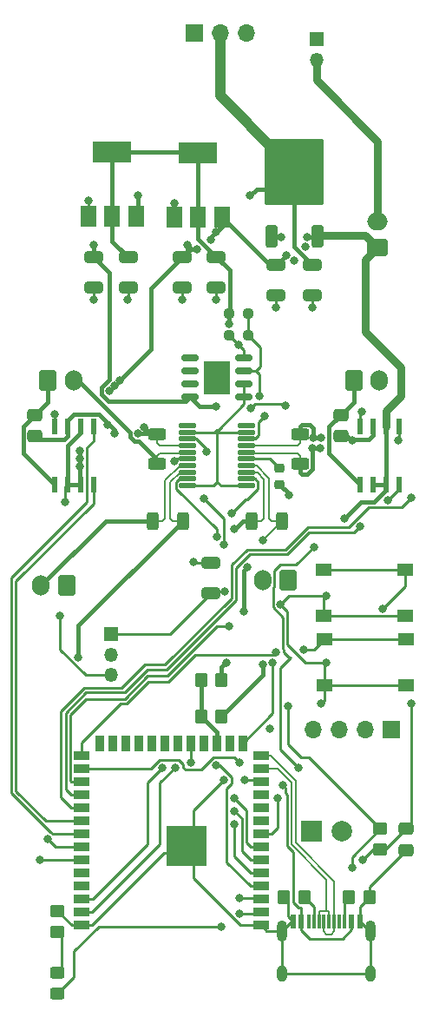
<source format=gtl>
G04 #@! TF.GenerationSoftware,KiCad,Pcbnew,7.0.7*
G04 #@! TF.CreationDate,2023-10-22T15:44:31+02:00*
G04 #@! TF.ProjectId,FC Control board 1.1,46432043-6f6e-4747-926f-6c20626f6172,rev?*
G04 #@! TF.SameCoordinates,Original*
G04 #@! TF.FileFunction,Copper,L1,Top*
G04 #@! TF.FilePolarity,Positive*
%FSLAX46Y46*%
G04 Gerber Fmt 4.6, Leading zero omitted, Abs format (unit mm)*
G04 Created by KiCad (PCBNEW 7.0.7) date 2023-10-22 15:44:31*
%MOMM*%
%LPD*%
G01*
G04 APERTURE LIST*
G04 Aperture macros list*
%AMRoundRect*
0 Rectangle with rounded corners*
0 $1 Rounding radius*
0 $2 $3 $4 $5 $6 $7 $8 $9 X,Y pos of 4 corners*
0 Add a 4 corners polygon primitive as box body*
4,1,4,$2,$3,$4,$5,$6,$7,$8,$9,$2,$3,0*
0 Add four circle primitives for the rounded corners*
1,1,$1+$1,$2,$3*
1,1,$1+$1,$4,$5*
1,1,$1+$1,$6,$7*
1,1,$1+$1,$8,$9*
0 Add four rect primitives between the rounded corners*
20,1,$1+$1,$2,$3,$4,$5,0*
20,1,$1+$1,$4,$5,$6,$7,0*
20,1,$1+$1,$6,$7,$8,$9,0*
20,1,$1+$1,$8,$9,$2,$3,0*%
G04 Aperture macros list end*
G04 #@! TA.AperFunction,ComponentPad*
%ADD10RoundRect,0.250000X0.750000X-0.600000X0.750000X0.600000X-0.750000X0.600000X-0.750000X-0.600000X0*%
G04 #@! TD*
G04 #@! TA.AperFunction,ComponentPad*
%ADD11O,2.000000X1.700000*%
G04 #@! TD*
G04 #@! TA.AperFunction,SMDPad,CuDef*
%ADD12RoundRect,0.250000X0.650000X-0.325000X0.650000X0.325000X-0.650000X0.325000X-0.650000X-0.325000X0*%
G04 #@! TD*
G04 #@! TA.AperFunction,ComponentPad*
%ADD13RoundRect,0.250000X-0.600000X-0.750000X0.600000X-0.750000X0.600000X0.750000X-0.600000X0.750000X0*%
G04 #@! TD*
G04 #@! TA.AperFunction,ComponentPad*
%ADD14O,1.700000X2.000000*%
G04 #@! TD*
G04 #@! TA.AperFunction,SMDPad,CuDef*
%ADD15RoundRect,0.250000X-0.650000X0.325000X-0.650000X-0.325000X0.650000X-0.325000X0.650000X0.325000X0*%
G04 #@! TD*
G04 #@! TA.AperFunction,SMDPad,CuDef*
%ADD16RoundRect,0.250000X0.475000X-0.337500X0.475000X0.337500X-0.475000X0.337500X-0.475000X-0.337500X0*%
G04 #@! TD*
G04 #@! TA.AperFunction,SMDPad,CuDef*
%ADD17RoundRect,0.250000X-0.475000X0.337500X-0.475000X-0.337500X0.475000X-0.337500X0.475000X0.337500X0*%
G04 #@! TD*
G04 #@! TA.AperFunction,SMDPad,CuDef*
%ADD18R,1.500000X2.000000*%
G04 #@! TD*
G04 #@! TA.AperFunction,SMDPad,CuDef*
%ADD19R,3.800000X2.000000*%
G04 #@! TD*
G04 #@! TA.AperFunction,SMDPad,CuDef*
%ADD20RoundRect,0.250000X0.350000X-0.850000X0.350000X0.850000X-0.350000X0.850000X-0.350000X-0.850000X0*%
G04 #@! TD*
G04 #@! TA.AperFunction,SMDPad,CuDef*
%ADD21RoundRect,0.250000X1.125000X-1.275000X1.125000X1.275000X-1.125000X1.275000X-1.125000X-1.275000X0*%
G04 #@! TD*
G04 #@! TA.AperFunction,SMDPad,CuDef*
%ADD22RoundRect,0.249997X2.650003X-2.950003X2.650003X2.950003X-2.650003X2.950003X-2.650003X-2.950003X0*%
G04 #@! TD*
G04 #@! TA.AperFunction,SMDPad,CuDef*
%ADD23RoundRect,0.250000X0.350000X0.450000X-0.350000X0.450000X-0.350000X-0.450000X0.350000X-0.450000X0*%
G04 #@! TD*
G04 #@! TA.AperFunction,SMDPad,CuDef*
%ADD24RoundRect,0.250000X-0.450000X0.325000X-0.450000X-0.325000X0.450000X-0.325000X0.450000X0.325000X0*%
G04 #@! TD*
G04 #@! TA.AperFunction,ComponentPad*
%ADD25R,1.700000X1.700000*%
G04 #@! TD*
G04 #@! TA.AperFunction,ComponentPad*
%ADD26O,1.700000X1.700000*%
G04 #@! TD*
G04 #@! TA.AperFunction,SMDPad,CuDef*
%ADD27RoundRect,0.150000X0.662500X0.150000X-0.662500X0.150000X-0.662500X-0.150000X0.662500X-0.150000X0*%
G04 #@! TD*
G04 #@! TA.AperFunction,SMDPad,CuDef*
%ADD28R,2.514000X3.200000*%
G04 #@! TD*
G04 #@! TA.AperFunction,SMDPad,CuDef*
%ADD29RoundRect,0.250000X-0.350000X-0.450000X0.350000X-0.450000X0.350000X0.450000X-0.350000X0.450000X0*%
G04 #@! TD*
G04 #@! TA.AperFunction,ComponentPad*
%ADD30R,1.350000X1.350000*%
G04 #@! TD*
G04 #@! TA.AperFunction,ComponentPad*
%ADD31O,1.350000X1.350000*%
G04 #@! TD*
G04 #@! TA.AperFunction,SMDPad,CuDef*
%ADD32RoundRect,0.020500X0.764500X0.184500X-0.764500X0.184500X-0.764500X-0.184500X0.764500X-0.184500X0*%
G04 #@! TD*
G04 #@! TA.AperFunction,SMDPad,CuDef*
%ADD33RoundRect,0.250000X0.450000X-0.350000X0.450000X0.350000X-0.450000X0.350000X-0.450000X-0.350000X0*%
G04 #@! TD*
G04 #@! TA.AperFunction,SMDPad,CuDef*
%ADD34RoundRect,0.250000X-0.450000X0.350000X-0.450000X-0.350000X0.450000X-0.350000X0.450000X0.350000X0*%
G04 #@! TD*
G04 #@! TA.AperFunction,SMDPad,CuDef*
%ADD35R,0.600000X1.650000*%
G04 #@! TD*
G04 #@! TA.AperFunction,SMDPad,CuDef*
%ADD36R,1.550000X1.300000*%
G04 #@! TD*
G04 #@! TA.AperFunction,ComponentPad*
%ADD37R,2.000000X2.000000*%
G04 #@! TD*
G04 #@! TA.AperFunction,ComponentPad*
%ADD38C,2.000000*%
G04 #@! TD*
G04 #@! TA.AperFunction,SMDPad,CuDef*
%ADD39RoundRect,0.250000X0.625000X-0.312500X0.625000X0.312500X-0.625000X0.312500X-0.625000X-0.312500X0*%
G04 #@! TD*
G04 #@! TA.AperFunction,SMDPad,CuDef*
%ADD40R,1.500000X0.900000*%
G04 #@! TD*
G04 #@! TA.AperFunction,SMDPad,CuDef*
%ADD41R,0.900000X1.500000*%
G04 #@! TD*
G04 #@! TA.AperFunction,HeatsinkPad*
%ADD42C,0.600000*%
G04 #@! TD*
G04 #@! TA.AperFunction,SMDPad,CuDef*
%ADD43R,3.900000X3.900000*%
G04 #@! TD*
G04 #@! TA.AperFunction,SMDPad,CuDef*
%ADD44R,0.600000X1.450000*%
G04 #@! TD*
G04 #@! TA.AperFunction,SMDPad,CuDef*
%ADD45R,0.300000X1.450000*%
G04 #@! TD*
G04 #@! TA.AperFunction,ComponentPad*
%ADD46O,1.000000X2.100000*%
G04 #@! TD*
G04 #@! TA.AperFunction,ComponentPad*
%ADD47O,1.000000X1.600000*%
G04 #@! TD*
G04 #@! TA.AperFunction,SMDPad,CuDef*
%ADD48RoundRect,0.237500X0.250000X0.237500X-0.250000X0.237500X-0.250000X-0.237500X0.250000X-0.237500X0*%
G04 #@! TD*
G04 #@! TA.AperFunction,SMDPad,CuDef*
%ADD49RoundRect,0.225000X0.250000X-0.225000X0.250000X0.225000X-0.250000X0.225000X-0.250000X-0.225000X0*%
G04 #@! TD*
G04 #@! TA.AperFunction,SMDPad,CuDef*
%ADD50RoundRect,0.250000X0.312500X0.625000X-0.312500X0.625000X-0.312500X-0.625000X0.312500X-0.625000X0*%
G04 #@! TD*
G04 #@! TA.AperFunction,SMDPad,CuDef*
%ADD51RoundRect,0.250000X-0.312500X-0.625000X0.312500X-0.625000X0.312500X0.625000X-0.312500X0.625000X0*%
G04 #@! TD*
G04 #@! TA.AperFunction,ComponentPad*
%ADD52RoundRect,0.250000X0.600000X0.750000X-0.600000X0.750000X-0.600000X-0.750000X0.600000X-0.750000X0*%
G04 #@! TD*
G04 #@! TA.AperFunction,ViaPad*
%ADD53C,0.800000*%
G04 #@! TD*
G04 #@! TA.AperFunction,Conductor*
%ADD54C,0.750000*%
G04 #@! TD*
G04 #@! TA.AperFunction,Conductor*
%ADD55C,0.400000*%
G04 #@! TD*
G04 #@! TA.AperFunction,Conductor*
%ADD56C,0.250000*%
G04 #@! TD*
G04 #@! TA.AperFunction,Conductor*
%ADD57C,1.000000*%
G04 #@! TD*
G04 #@! TA.AperFunction,Conductor*
%ADD58C,0.200000*%
G04 #@! TD*
G04 APERTURE END LIST*
D10*
X222596000Y-124004000D03*
D11*
X222596000Y-121504000D03*
D12*
X194956000Y-127937000D03*
X194956000Y-124987000D03*
D13*
X220289599Y-136959500D03*
D14*
X222789599Y-136959500D03*
D15*
X206390000Y-154760000D03*
X206390000Y-157710000D03*
D16*
X225390000Y-182785000D03*
X225390000Y-180710000D03*
D17*
X189190000Y-140345000D03*
X189190000Y-142420000D03*
D18*
X194434000Y-120976000D03*
X196734000Y-120976000D03*
D19*
X196734000Y-114676000D03*
D18*
X199034000Y-120976000D03*
D20*
X212234000Y-122968000D03*
D21*
X212989000Y-118343000D03*
X216039000Y-118343000D03*
D22*
X214514000Y-116668000D03*
D21*
X212989000Y-114993000D03*
X216039000Y-114993000D03*
D20*
X216794000Y-122968000D03*
D23*
X215465000Y-187360000D03*
X213465000Y-187360000D03*
D24*
X191390000Y-194717000D03*
X191390000Y-196767000D03*
D12*
X198306000Y-127937000D03*
X198306000Y-124987000D03*
D25*
X223940000Y-170985000D03*
D26*
X221400000Y-170985000D03*
X218860000Y-170985000D03*
X216320000Y-170985000D03*
D12*
X212735000Y-128708000D03*
X212735000Y-125758000D03*
D27*
X209607500Y-138591000D03*
X209607500Y-137321000D03*
X209607500Y-136051000D03*
X209607500Y-134781000D03*
X204332500Y-134781000D03*
X204332500Y-136051000D03*
X204332500Y-137321000D03*
X204332500Y-138591000D03*
D28*
X206970000Y-136686000D03*
D29*
X219815000Y-187360000D03*
X221815000Y-187360000D03*
D30*
X196640000Y-161710000D03*
D31*
X196640000Y-163710000D03*
X196640000Y-165710000D03*
D32*
X209840000Y-147231000D03*
X209840000Y-146581000D03*
X209840000Y-145931000D03*
X209840000Y-145281000D03*
X209840000Y-144631000D03*
X209840000Y-143981000D03*
X209840000Y-143331000D03*
X209840000Y-142681000D03*
X209840000Y-142031000D03*
X209840000Y-141381000D03*
X204100000Y-141381000D03*
X204100000Y-142031000D03*
X204100000Y-142681000D03*
X204100000Y-143331000D03*
X204100000Y-143981000D03*
X204100000Y-144631000D03*
X204100000Y-145281000D03*
X204100000Y-145931000D03*
X204100000Y-146581000D03*
X204100000Y-147231000D03*
D33*
X222890000Y-182710000D03*
X222890000Y-180710000D03*
D30*
X216640000Y-103710000D03*
D31*
X216640000Y-105710000D03*
D34*
X191390000Y-188710000D03*
X191390000Y-190710000D03*
D35*
X191095000Y-147103500D03*
X192365000Y-147103500D03*
X193635000Y-147103500D03*
X194905000Y-147103500D03*
X194905000Y-141503500D03*
X193635000Y-141503500D03*
X192365000Y-141503500D03*
X191095000Y-141503500D03*
D13*
X190466000Y-136959500D03*
D14*
X192966000Y-136959500D03*
D36*
X225365000Y-166710000D03*
X217415000Y-166710000D03*
X225365000Y-162210000D03*
X217415000Y-162210000D03*
D37*
X216140000Y-180960000D03*
D38*
X219140000Y-180960000D03*
D39*
X215098000Y-145123484D03*
X215098000Y-142198484D03*
D23*
X207390000Y-169710000D03*
X205390000Y-169710000D03*
D40*
X211240000Y-190096000D03*
X211240000Y-188826000D03*
X211240000Y-187556000D03*
X211240000Y-186286000D03*
X211240000Y-185016000D03*
X211240000Y-183746000D03*
X211240000Y-182476000D03*
X211240000Y-181206000D03*
X211240000Y-179936000D03*
X211240000Y-178666000D03*
X211240000Y-177396000D03*
X211240000Y-176126000D03*
X211240000Y-174856000D03*
X211240000Y-173586000D03*
D41*
X209475000Y-172336000D03*
X208205000Y-172336000D03*
X206935000Y-172336000D03*
X205665000Y-172336000D03*
X204395000Y-172336000D03*
X203125000Y-172336000D03*
X201855000Y-172336000D03*
X200585000Y-172336000D03*
X199315000Y-172336000D03*
X198045000Y-172336000D03*
X196775000Y-172336000D03*
X195505000Y-172336000D03*
D40*
X193740000Y-173586000D03*
X193740000Y-174856000D03*
X193740000Y-176126000D03*
X193740000Y-177396000D03*
X193740000Y-178666000D03*
X193740000Y-179936000D03*
X193740000Y-181206000D03*
X193740000Y-182476000D03*
X193740000Y-183746000D03*
X193740000Y-185016000D03*
X193740000Y-186286000D03*
X193740000Y-187556000D03*
X193740000Y-188826000D03*
X193740000Y-190096000D03*
D42*
X205390000Y-183076000D03*
X205390000Y-181676000D03*
X204690000Y-183776000D03*
X204690000Y-182376000D03*
X204690000Y-180976000D03*
X203990000Y-183076000D03*
D43*
X203990000Y-182376000D03*
D42*
X203990000Y-181676000D03*
X203290000Y-183776000D03*
X203290000Y-182376000D03*
X203290000Y-180976000D03*
X202590000Y-183076000D03*
X202590000Y-181676000D03*
D18*
X202816000Y-121078000D03*
X205116000Y-121078000D03*
D19*
X205116000Y-114778000D03*
D18*
X207416000Y-121078000D03*
D44*
X214390000Y-189725000D03*
X215190000Y-189725000D03*
D45*
X216390000Y-189725000D03*
X217390000Y-189725000D03*
X217890000Y-189725000D03*
X218890000Y-189725000D03*
D44*
X220090000Y-189725000D03*
X220890000Y-189725000D03*
X220890000Y-189725000D03*
X220090000Y-189725000D03*
D45*
X219390000Y-189725000D03*
X218390000Y-189725000D03*
X216890000Y-189725000D03*
X215890000Y-189725000D03*
D44*
X215190000Y-189725000D03*
X214390000Y-189725000D03*
D46*
X213320000Y-190640000D03*
D47*
X213320000Y-194820000D03*
D46*
X221960000Y-190640000D03*
D47*
X221960000Y-194820000D03*
D12*
X206894000Y-127888000D03*
X206894000Y-124938000D03*
D48*
X209961965Y-132553246D03*
X208136965Y-132553246D03*
D17*
X219013599Y-140345000D03*
X219013599Y-142420000D03*
D49*
X213066000Y-147113000D03*
X213066000Y-145563000D03*
D48*
X209948764Y-130441271D03*
X208123764Y-130441271D03*
D36*
X225340000Y-159960000D03*
X217390000Y-159960000D03*
X225340000Y-155460000D03*
X217390000Y-155460000D03*
D35*
X220918599Y-147103500D03*
X222188599Y-147103500D03*
X223458599Y-147103500D03*
X224728599Y-147103500D03*
X224728599Y-141503500D03*
X223458599Y-141503500D03*
X222188599Y-141503500D03*
X220918599Y-141503500D03*
D12*
X216291000Y-128708000D03*
X216291000Y-125758000D03*
D25*
X204700000Y-103110000D03*
D26*
X207240000Y-103110000D03*
X209780000Y-103110000D03*
D50*
X213258500Y-150656000D03*
X210333500Y-150656000D03*
D39*
X201128000Y-145123484D03*
X201128000Y-142198484D03*
D51*
X200681500Y-150656000D03*
X203606500Y-150656000D03*
D29*
X205390000Y-166210000D03*
X207390000Y-166210000D03*
D12*
X203592000Y-127888000D03*
X203592000Y-124938000D03*
D52*
X213890000Y-156441000D03*
D14*
X211390000Y-156441000D03*
D52*
X192282500Y-156941000D03*
D14*
X189782500Y-156941000D03*
D53*
X212736000Y-129866000D03*
X204640000Y-154710000D03*
X213128316Y-158793477D03*
X207890000Y-164460000D03*
X203592000Y-129104000D03*
X217140000Y-168460000D03*
X191640000Y-159960000D03*
X221118000Y-140026000D03*
X209092859Y-133509141D03*
X207640000Y-175960000D03*
X206894000Y-129104000D03*
X194448000Y-119452000D03*
X217640000Y-157960000D03*
X212140000Y-170960000D03*
X194956000Y-129104000D03*
X216292000Y-129866000D03*
X191146000Y-140280000D03*
X213244000Y-123008000D03*
X202830000Y-119706000D03*
X198258000Y-129104000D03*
X202777359Y-144826539D03*
X217640000Y-164460000D03*
X193555500Y-145360000D03*
X196480000Y-137994000D03*
X204985834Y-124160498D03*
X211390000Y-164710000D03*
X213752000Y-124786000D03*
X206386000Y-123262000D03*
X196988000Y-137486000D03*
X214514000Y-125294000D03*
X204100000Y-123770000D03*
X215784000Y-123008000D03*
X193555500Y-143836000D03*
X215608832Y-123945168D03*
X206894000Y-122500000D03*
X192140000Y-148862783D03*
X219390000Y-150460000D03*
X197496000Y-136978000D03*
X193555500Y-144598000D03*
X220140000Y-184460000D03*
X207390000Y-190210000D03*
X209902299Y-155222299D03*
X209140000Y-188960000D03*
X207665500Y-157569145D03*
X209598177Y-159501823D03*
X213890000Y-168710000D03*
X208164000Y-131478746D03*
X213390000Y-176460000D03*
X199274000Y-118944000D03*
X206894000Y-139518000D03*
X210273814Y-139681310D03*
X216390000Y-153210000D03*
X214890000Y-174710000D03*
X210196000Y-118944000D03*
X213640000Y-139460000D03*
X194956000Y-123770000D03*
X213955000Y-148116000D03*
X208640000Y-151460000D03*
X208418000Y-149933678D03*
X202890000Y-174710000D03*
X201640000Y-174710000D03*
X211640000Y-140460000D03*
X208140000Y-160960000D03*
X209140000Y-174210000D03*
X212890000Y-177710000D03*
X209640000Y-175960000D03*
X208640000Y-177710000D03*
X205640000Y-148460000D03*
X205890000Y-143960000D03*
X207640000Y-152960000D03*
X212390000Y-164460000D03*
X208640000Y-178960000D03*
X208640000Y-180210000D03*
X225890000Y-168460000D03*
X221140000Y-183710000D03*
X223140000Y-159235500D03*
X209140000Y-187460000D03*
X206890000Y-174460000D03*
X206902299Y-152197701D03*
X211390000Y-152524500D03*
X212706070Y-163511788D03*
X215390000Y-163210000D03*
X211097668Y-138502332D03*
X217089099Y-142528000D03*
X216368000Y-142528000D03*
X220140000Y-142782500D03*
X199858000Y-141512000D03*
X199252590Y-142117410D03*
X196978926Y-142105074D03*
X196302000Y-141258000D03*
X193390000Y-163960000D03*
X216292000Y-143582000D03*
X217054000Y-143582000D03*
X189640000Y-183710000D03*
X190390000Y-181710000D03*
X224674000Y-142820000D03*
X225944000Y-148408000D03*
X223640000Y-148630037D03*
X220902299Y-151222299D03*
X204390000Y-174210000D03*
D54*
X223458599Y-139909401D02*
X223458599Y-141503500D01*
X224890000Y-138478000D02*
X223458599Y-139909401D01*
X224890000Y-135710000D02*
X224890000Y-138478000D01*
X221390000Y-132210000D02*
X224890000Y-135710000D01*
X221390000Y-125210000D02*
X221390000Y-132210000D01*
X222596000Y-124004000D02*
X221390000Y-125210000D01*
X216956878Y-122805122D02*
X216794000Y-122968000D01*
X221397122Y-122805122D02*
X216956878Y-122805122D01*
X222596000Y-124004000D02*
X221397122Y-122805122D01*
X216640000Y-107710000D02*
X222596000Y-113666000D01*
X222596000Y-113666000D02*
X222596000Y-121504000D01*
X216640000Y-105710000D02*
X216640000Y-107710000D01*
D55*
X223458599Y-140733401D02*
X223458599Y-141503500D01*
X216754000Y-123008000D02*
X216794000Y-122968000D01*
D56*
X192776000Y-190096000D02*
X191390000Y-188710000D01*
X217415000Y-166710000D02*
X217415000Y-164685000D01*
X217640000Y-164460000D02*
X215614695Y-164460000D01*
X217390000Y-159960000D02*
X217390000Y-158210000D01*
X217415000Y-166710000D02*
X225365000Y-166710000D01*
X216291000Y-128708000D02*
X216291000Y-129865000D01*
X214235000Y-189725000D02*
X213320000Y-190640000D01*
X212735000Y-128708000D02*
X212735000Y-129865000D01*
X191640000Y-159960000D02*
X191640000Y-163235305D01*
X213128316Y-158793477D02*
X213961793Y-157960000D01*
X191640000Y-163235305D02*
X194114695Y-165710000D01*
X213840000Y-159505161D02*
X213128316Y-158793477D01*
X221805000Y-190640000D02*
X220890000Y-189725000D01*
X213465000Y-187360000D02*
X213890000Y-187785000D01*
X194434000Y-119466000D02*
X194448000Y-119452000D01*
X217415000Y-166710000D02*
X217415000Y-168185000D01*
X215614695Y-164460000D02*
X213840000Y-162685305D01*
X202816000Y-121078000D02*
X202816000Y-119720000D01*
X221815000Y-186360000D02*
X225390000Y-182785000D01*
X221960000Y-190640000D02*
X221960000Y-194820000D01*
X191095000Y-141503500D02*
X191095000Y-140331000D01*
X204690000Y-185535305D02*
X204690000Y-183776000D01*
X209607500Y-134023781D02*
X209092859Y-133509141D01*
X213961793Y-157960000D02*
X217640000Y-157960000D01*
X202972898Y-144631000D02*
X202777359Y-144826539D01*
X198306000Y-129056000D02*
X198258000Y-129104000D01*
X204100000Y-144631000D02*
X202972898Y-144631000D01*
X220918599Y-140225401D02*
X221118000Y-140026000D01*
X213204000Y-122968000D02*
X213244000Y-123008000D01*
X220918599Y-141503500D02*
X220918599Y-140225401D01*
X213890000Y-187785000D02*
X213890000Y-189225000D01*
X211240000Y-190096000D02*
X209250695Y-190096000D01*
X216291000Y-129865000D02*
X216292000Y-129866000D01*
D55*
X207390000Y-164960000D02*
X207890000Y-164460000D01*
D56*
X209092859Y-133509141D02*
X208136965Y-132553246D01*
X204690000Y-180976000D02*
X204690000Y-178910000D01*
X193740000Y-190096000D02*
X192776000Y-190096000D01*
X191095000Y-140331000D02*
X191146000Y-140280000D01*
X209250695Y-190096000D02*
X204690000Y-185535305D01*
X202816000Y-119720000D02*
X202830000Y-119706000D01*
X201760000Y-183076000D02*
X202590000Y-183076000D01*
X217390000Y-158210000D02*
X217640000Y-157960000D01*
X193740000Y-190096000D02*
X194740000Y-190096000D01*
X211784000Y-190640000D02*
X211240000Y-190096000D01*
X194114695Y-165710000D02*
X196640000Y-165710000D01*
X217415000Y-168185000D02*
X217140000Y-168460000D01*
X206894000Y-127888000D02*
X206894000Y-129104000D01*
X194740000Y-190096000D02*
X201760000Y-183076000D01*
X209607500Y-134781000D02*
X209607500Y-134023781D01*
X213840000Y-162685305D02*
X213840000Y-159505161D01*
X221815000Y-187360000D02*
X220890000Y-188285000D01*
X214390000Y-189725000D02*
X214235000Y-189725000D01*
X217415000Y-164685000D02*
X217640000Y-164460000D01*
X220890000Y-188285000D02*
X220890000Y-189725000D01*
X221815000Y-187360000D02*
X221815000Y-186360000D01*
X212735000Y-129865000D02*
X212736000Y-129866000D01*
D55*
X207390000Y-166210000D02*
X207390000Y-164960000D01*
D56*
X204690000Y-154760000D02*
X204640000Y-154710000D01*
X206390000Y-154760000D02*
X204690000Y-154760000D01*
X221960000Y-190640000D02*
X221805000Y-190640000D01*
X204690000Y-178910000D02*
X207640000Y-175960000D01*
X203592000Y-127888000D02*
X203592000Y-129104000D01*
X213890000Y-189225000D02*
X214390000Y-189725000D01*
X213320000Y-194820000D02*
X221960000Y-194820000D01*
X198306000Y-127937000D02*
X198306000Y-129056000D01*
X225340000Y-159960000D02*
X217390000Y-159960000D01*
X194956000Y-127937000D02*
X194956000Y-129104000D01*
X194434000Y-120976000D02*
X194434000Y-119466000D01*
X212234000Y-122968000D02*
X213204000Y-122968000D01*
X213320000Y-190640000D02*
X213320000Y-194820000D01*
X213320000Y-190640000D02*
X211784000Y-190640000D01*
D55*
X204490498Y-124160498D02*
X204985834Y-124160498D01*
X204985834Y-124160498D02*
X204369502Y-124160498D01*
X207416000Y-121978000D02*
X206894000Y-122500000D01*
X204100000Y-123770000D02*
X204100000Y-124430000D01*
D56*
X192140000Y-147328500D02*
X192365000Y-147103500D01*
D55*
X192365000Y-147103500D02*
X193635000Y-147103500D01*
X196480000Y-137994000D02*
X196988000Y-137486000D01*
X207416000Y-121078000D02*
X212096000Y-125758000D01*
X193555500Y-143836000D02*
X193555500Y-147024000D01*
X212780000Y-125758000D02*
X213752000Y-124786000D01*
X212096000Y-125758000D02*
X212735000Y-125758000D01*
X223458599Y-147628500D02*
X222257562Y-148829537D01*
X196988000Y-137486000D02*
X197496000Y-136978000D01*
X206894000Y-122500000D02*
X206386000Y-123008000D01*
X207416000Y-121078000D02*
X207416000Y-121978000D01*
X193635000Y-142028500D02*
X192365000Y-143298500D01*
X203592000Y-124938000D02*
X200544000Y-127986000D01*
X204369502Y-124160498D02*
X203592000Y-124938000D01*
X212735000Y-125758000D02*
X212780000Y-125758000D01*
X223458599Y-147103500D02*
X223458599Y-147628500D01*
D56*
X192140000Y-148862783D02*
X192140000Y-147328500D01*
D55*
X193635000Y-141503500D02*
X193635000Y-142028500D01*
X204100000Y-124430000D02*
X203592000Y-124938000D01*
X192365000Y-143298500D02*
X192365000Y-147103500D01*
X223458599Y-147103500D02*
X222188599Y-147103500D01*
X200544000Y-127986000D02*
X200544000Y-133930000D01*
X204100000Y-123770000D02*
X204490498Y-124160498D01*
X206386000Y-123008000D02*
X206386000Y-123262000D01*
X215784000Y-123008000D02*
X216754000Y-123008000D01*
X222257562Y-148829537D02*
X221020463Y-148829537D01*
X200544000Y-133930000D02*
X197496000Y-136978000D01*
X207390000Y-169710000D02*
X211390000Y-165710000D01*
X211390000Y-165710000D02*
X211390000Y-164710000D01*
X193555500Y-147024000D02*
X193635000Y-147103500D01*
X223458599Y-141503500D02*
X223458599Y-147103500D01*
X221020463Y-148829537D02*
X219390000Y-150460000D01*
D56*
X192967000Y-192633000D02*
X195390000Y-190210000D01*
X191390000Y-196767000D02*
X192967000Y-195190000D01*
D55*
X209598177Y-155526421D02*
X209598177Y-159501823D01*
X205116000Y-123160000D02*
X206894000Y-124938000D01*
D56*
X206530855Y-157569145D02*
X206390000Y-157710000D01*
X202390000Y-161710000D02*
X206390000Y-157710000D01*
D55*
X205116000Y-114778000D02*
X205116000Y-121078000D01*
X196734000Y-114676000D02*
X205014000Y-114676000D01*
X208194000Y-126238000D02*
X208194000Y-130371035D01*
D56*
X209140000Y-188960000D02*
X211106000Y-188960000D01*
X222890000Y-180710000D02*
X220140000Y-183460000D01*
X211106000Y-188960000D02*
X211240000Y-188826000D01*
D55*
X196734000Y-114676000D02*
X196734000Y-120976000D01*
X205116000Y-121078000D02*
X205116000Y-123160000D01*
D56*
X215890000Y-173710000D02*
X215140000Y-173710000D01*
X220140000Y-183460000D02*
X220140000Y-184460000D01*
X215140000Y-173710000D02*
X213890000Y-172460000D01*
D55*
X208123764Y-130441271D02*
X208123764Y-131438510D01*
D56*
X195390000Y-190210000D02*
X207390000Y-190210000D01*
D55*
X205014000Y-114676000D02*
X205116000Y-114778000D01*
D56*
X192967000Y-195190000D02*
X192967000Y-192633000D01*
D55*
X206894000Y-124938000D02*
X208194000Y-126238000D01*
X209902299Y-155222299D02*
X209598177Y-155526421D01*
D56*
X207665500Y-157569145D02*
X206530855Y-157569145D01*
D55*
X196734000Y-123415000D02*
X198306000Y-124987000D01*
D56*
X222890000Y-180710000D02*
X215890000Y-173710000D01*
X213890000Y-172460000D02*
X213890000Y-168710000D01*
D55*
X208194000Y-130371035D02*
X208123764Y-130441271D01*
X208123764Y-131438510D02*
X208164000Y-131478746D01*
X196734000Y-120976000D02*
X196734000Y-123415000D01*
D56*
X196640000Y-161710000D02*
X202390000Y-161710000D01*
X212403316Y-159093782D02*
X213390000Y-160080466D01*
X213140000Y-154960000D02*
X212565000Y-155535000D01*
D55*
X196364629Y-139010000D02*
X203913500Y-139010000D01*
D56*
X213390000Y-163170413D02*
X213431070Y-163211483D01*
X213431070Y-163211483D02*
X213431070Y-163501070D01*
X212565000Y-155535000D02*
X212565000Y-157077701D01*
D55*
X196480000Y-136862629D02*
X195680000Y-137662629D01*
D56*
X215190000Y-188385000D02*
X214876827Y-188385000D01*
X213390000Y-160080466D02*
X213390000Y-163170413D01*
X219215000Y-191385000D02*
X220090000Y-190510000D01*
D55*
X199274000Y-118944000D02*
X199274000Y-120736000D01*
D56*
X214876827Y-188385000D02*
X214390000Y-187898173D01*
X213140000Y-172960000D02*
X214890000Y-174710000D01*
D55*
X210797000Y-118343000D02*
X210196000Y-118944000D01*
X212989000Y-118343000D02*
X210797000Y-118343000D01*
X194956000Y-123770000D02*
X194956000Y-124987000D01*
D56*
X216390000Y-153210000D02*
X214640000Y-154960000D01*
X210654124Y-139301000D02*
X210273814Y-139681310D01*
D55*
X195680000Y-137662629D02*
X195680000Y-138325371D01*
X194956000Y-124987000D02*
X196480000Y-126511000D01*
D56*
X213640000Y-176710000D02*
X213390000Y-176460000D01*
X213481000Y-139301000D02*
X210654124Y-139301000D01*
X216025000Y-191385000D02*
X219215000Y-191385000D01*
D55*
X205259500Y-139518000D02*
X206894000Y-139518000D01*
D57*
X207240000Y-109244000D02*
X212989000Y-114993000D01*
D55*
X199274000Y-120736000D02*
X199034000Y-120976000D01*
D56*
X213815000Y-182401725D02*
X213815000Y-177385000D01*
X220090000Y-190510000D02*
X220090000Y-189725000D01*
X213815000Y-177385000D02*
X213640000Y-177210000D01*
X212403316Y-157239385D02*
X212403316Y-159093782D01*
X215190000Y-189725000D02*
X215190000Y-190550000D01*
X215190000Y-190550000D02*
X216025000Y-191385000D01*
D55*
X203913500Y-139010000D02*
X204332500Y-138591000D01*
X216291000Y-125758000D02*
X214514000Y-123981000D01*
D56*
X213431070Y-163501070D02*
X213940305Y-164010305D01*
X214390000Y-187898173D02*
X214390000Y-182976725D01*
X214390000Y-182976725D02*
X213815000Y-182401725D01*
X213640000Y-139460000D02*
X213481000Y-139301000D01*
X214640000Y-154960000D02*
X213140000Y-154960000D01*
X215190000Y-189725000D02*
X215190000Y-188385000D01*
D55*
X214514000Y-123981000D02*
X214514000Y-116668000D01*
D57*
X207240000Y-103110000D02*
X207240000Y-109244000D01*
D56*
X214115000Y-164010305D02*
X213140000Y-164985305D01*
D55*
X196480000Y-126511000D02*
X196480000Y-136862629D01*
X204332500Y-138591000D02*
X205259500Y-139518000D01*
D56*
X213140000Y-164985305D02*
X213140000Y-172960000D01*
D55*
X195680000Y-138325371D02*
X196364629Y-139010000D01*
D56*
X212565000Y-157077701D02*
X212403316Y-157239385D01*
X213640000Y-177210000D02*
X213640000Y-176710000D01*
X213940305Y-164010305D02*
X214115000Y-164010305D01*
D58*
X218390000Y-185810000D02*
X214640000Y-182060000D01*
X217650000Y-190960000D02*
X217390000Y-190700000D01*
X214640000Y-176036000D02*
X212190000Y-173586000D01*
X218390000Y-189725000D02*
X218390000Y-190700000D01*
X217390000Y-190700000D02*
X217390000Y-189725000D01*
X214640000Y-182060000D02*
X214640000Y-176036000D01*
X218130000Y-190960000D02*
X217650000Y-190960000D01*
X218390000Y-190700000D02*
X218130000Y-190960000D01*
X212190000Y-173586000D02*
X211240000Y-173586000D01*
X218390000Y-189725000D02*
X218390000Y-185810000D01*
X214240000Y-176201686D02*
X212894314Y-174856000D01*
X212894314Y-174856000D02*
X211240000Y-174856000D01*
X214240000Y-182225685D02*
X214240000Y-176201686D01*
X217840000Y-188700000D02*
X217890000Y-188750000D01*
X216890000Y-188750000D02*
X216940000Y-188700000D01*
X216890000Y-189725000D02*
X216890000Y-188750000D01*
X217640000Y-188700000D02*
X217640000Y-185625686D01*
X217890000Y-188750000D02*
X217890000Y-189725000D01*
X216940000Y-188700000D02*
X217640000Y-188700000D01*
X217640000Y-185625686D02*
X214240000Y-182225685D01*
X217640000Y-188700000D02*
X217840000Y-188700000D01*
D56*
X191763485Y-191083485D02*
X191763485Y-194343515D01*
X191763485Y-194343515D02*
X191390000Y-194717000D01*
X191390000Y-190710000D02*
X191763485Y-191083485D01*
X216390000Y-189725000D02*
X216390000Y-188285000D01*
X216390000Y-188285000D02*
X215465000Y-187360000D01*
X219390000Y-187785000D02*
X219390000Y-189725000D01*
X219815000Y-187360000D02*
X219390000Y-187785000D01*
D55*
X213955000Y-148116000D02*
X213955000Y-148002000D01*
X213955000Y-148002000D02*
X213066000Y-147113000D01*
D56*
X213066000Y-145563000D02*
X212134000Y-144631000D01*
X212134000Y-144631000D02*
X209840000Y-144631000D01*
D58*
X211542000Y-146592000D02*
X210881000Y-145931000D01*
X210881000Y-145931000D02*
X209840000Y-145931000D01*
X210333500Y-150656000D02*
X211288000Y-150656000D01*
D55*
X208706000Y-151460000D02*
X209510000Y-150656000D01*
D58*
X211542000Y-150402000D02*
X211542000Y-146592000D01*
X211288000Y-150656000D02*
X211542000Y-150402000D01*
D55*
X209510000Y-150656000D02*
X210333500Y-150656000D01*
X208640000Y-151460000D02*
X208706000Y-151460000D01*
D56*
X210627611Y-146581000D02*
X209840000Y-146581000D01*
X209907018Y-148601593D02*
X210950000Y-147558611D01*
X201390000Y-176210000D02*
X201390000Y-182176000D01*
X210950000Y-146903389D02*
X210627611Y-146581000D01*
X201390000Y-182176000D02*
X194740000Y-188826000D01*
X202890000Y-174710000D02*
X201390000Y-176210000D01*
X194740000Y-188826000D02*
X193740000Y-188826000D01*
X209750085Y-148601593D02*
X209907018Y-148601593D01*
X210950000Y-147558611D02*
X210950000Y-146903389D01*
X208418000Y-149933678D02*
X209750085Y-148601593D01*
X211034000Y-142274611D02*
X210627611Y-142681000D01*
X210627611Y-142681000D02*
X209840000Y-142681000D01*
X200140000Y-182210000D02*
X200140000Y-176210000D01*
X194794000Y-187556000D02*
X200140000Y-182210000D01*
X211034000Y-141066000D02*
X211034000Y-142274611D01*
X211640000Y-140460000D02*
X211034000Y-141066000D01*
X193740000Y-187556000D02*
X194794000Y-187556000D01*
X200140000Y-176210000D02*
X201640000Y-174710000D01*
X206912792Y-160960000D02*
X208140000Y-160960000D01*
X192640000Y-176026000D02*
X192640000Y-169568578D01*
X200208198Y-165778198D02*
X202094594Y-165778198D01*
X206651396Y-161221396D02*
X206912792Y-160960000D01*
X194194289Y-168014289D02*
X197972107Y-168014289D01*
X197972107Y-168014289D02*
X200208198Y-165778198D01*
X192740000Y-176126000D02*
X192640000Y-176026000D01*
X202094594Y-165778198D02*
X206651396Y-161221396D01*
X192640000Y-169568578D02*
X194194289Y-168014289D01*
X193740000Y-176126000D02*
X192740000Y-176126000D01*
X193740000Y-174856000D02*
X200468695Y-174856000D01*
X208640000Y-173710000D02*
X209140000Y-174210000D01*
X203640000Y-174710000D02*
X203865000Y-174935000D01*
X201339695Y-173985000D02*
X203190305Y-173985000D01*
X206614695Y-173710000D02*
X208640000Y-173710000D01*
X205389695Y-174935000D02*
X206614695Y-173710000D01*
X203865000Y-174935000D02*
X205389695Y-174935000D01*
X203190305Y-173985000D02*
X203640000Y-174434695D01*
X200468695Y-174856000D02*
X201339695Y-173985000D01*
X203640000Y-174434695D02*
X203640000Y-174710000D01*
X212240000Y-181206000D02*
X212890000Y-180556000D01*
X211240000Y-181206000D02*
X212240000Y-181206000D01*
X212890000Y-180556000D02*
X212890000Y-177710000D01*
X209640000Y-175960000D02*
X211074000Y-175960000D01*
X211074000Y-175960000D02*
X211240000Y-176126000D01*
X211240000Y-182476000D02*
X210240000Y-182476000D01*
X209815000Y-178885000D02*
X208640000Y-177710000D01*
X209815000Y-182051000D02*
X209815000Y-178885000D01*
X210240000Y-182476000D02*
X209815000Y-182051000D01*
X205890000Y-143960000D02*
X205890000Y-143683389D01*
X209475000Y-172336000D02*
X212390000Y-169421000D01*
X212390000Y-169421000D02*
X212390000Y-164460000D01*
X207640000Y-152960000D02*
X207640000Y-150460000D01*
X204100000Y-142681000D02*
X203312389Y-142681000D01*
X205890000Y-143683389D02*
X204887611Y-142681000D01*
X204887611Y-142681000D02*
X204100000Y-142681000D01*
X207640000Y-150460000D02*
X205640000Y-148460000D01*
X209365000Y-179685000D02*
X208640000Y-178960000D01*
X209365000Y-182871000D02*
X209365000Y-179685000D01*
X210240000Y-183746000D02*
X209365000Y-182871000D01*
X211240000Y-183746000D02*
X210240000Y-183746000D01*
X211240000Y-185016000D02*
X210240000Y-185016000D01*
X208640000Y-183416000D02*
X208640000Y-180210000D01*
X210240000Y-185016000D02*
X208640000Y-183416000D01*
D55*
X206935000Y-171255000D02*
X206935000Y-172336000D01*
X205390000Y-169710000D02*
X206935000Y-171255000D01*
X205390000Y-166210000D02*
X205390000Y-169710000D01*
D56*
X222140000Y-182710000D02*
X221140000Y-183710000D01*
X225890000Y-168460000D02*
X225890000Y-180210000D01*
X211144000Y-187460000D02*
X211240000Y-187556000D01*
X222890000Y-182710000D02*
X222140000Y-182710000D01*
X225390000Y-180710000D02*
X223390000Y-182710000D01*
X225340000Y-155460000D02*
X225340000Y-157035500D01*
X217390000Y-155460000D02*
X225340000Y-155460000D01*
X209140000Y-187460000D02*
X211144000Y-187460000D01*
X225890000Y-180210000D02*
X225390000Y-180710000D01*
X223390000Y-182710000D02*
X222890000Y-182710000D01*
X225340000Y-157035500D02*
X223140000Y-159235500D01*
X202990000Y-147558611D02*
X202990000Y-146903389D01*
X208365000Y-176260305D02*
X208365000Y-175659695D01*
X211240000Y-186286000D02*
X210240000Y-186286000D01*
X207890000Y-183936000D02*
X207890000Y-176735305D01*
X206902299Y-152197701D02*
X206902299Y-151470910D01*
X207165305Y-174460000D02*
X206890000Y-174460000D01*
X208365000Y-175659695D02*
X207165305Y-174460000D01*
X202990000Y-146903389D02*
X203312389Y-146581000D01*
X203312389Y-146581000D02*
X204100000Y-146581000D01*
X206902299Y-151470910D02*
X202990000Y-147558611D01*
X207890000Y-176735305D02*
X208365000Y-176260305D01*
X210240000Y-186286000D02*
X207890000Y-183936000D01*
X209840000Y-142031000D02*
X207235000Y-142031000D01*
X204100000Y-142031000D02*
X206705000Y-142031000D01*
X206970000Y-141766000D02*
X207084000Y-141766000D01*
X207084000Y-141766000D02*
X209607500Y-139242500D01*
X206970000Y-146846000D02*
X206970000Y-141766000D01*
X209840000Y-147231000D02*
X207355000Y-147231000D01*
X206585000Y-147231000D02*
X206970000Y-146846000D01*
X209607500Y-139242500D02*
X209607500Y-138591000D01*
X204100000Y-147231000D02*
X206585000Y-147231000D01*
X207355000Y-147231000D02*
X206970000Y-146846000D01*
X206705000Y-142031000D02*
X206970000Y-141766000D01*
X209607500Y-137321000D02*
X209607500Y-138591000D01*
X207235000Y-142031000D02*
X206970000Y-141766000D01*
D58*
X212304000Y-150656000D02*
X212050000Y-150402000D01*
X213258500Y-150656000D02*
X212304000Y-150656000D01*
X212050000Y-146534314D02*
X210796686Y-145281000D01*
X212050000Y-150402000D02*
X212050000Y-146534314D01*
X211390000Y-152524500D02*
X213258500Y-150656000D01*
X210796686Y-145281000D02*
X209840000Y-145281000D01*
D56*
X193740000Y-172251000D02*
X193740000Y-173586000D01*
X198158503Y-168464289D02*
X197526711Y-168464289D01*
X197526711Y-168464289D02*
X193740000Y-172251000D01*
X212507858Y-163710000D02*
X204799188Y-163710000D01*
X202162792Y-166346396D02*
X200276396Y-166346396D01*
X225365000Y-162210000D02*
X217415000Y-162210000D01*
X200276396Y-166346396D02*
X198158503Y-168464289D01*
X212706070Y-163511788D02*
X212507858Y-163710000D01*
X216415000Y-163210000D02*
X217415000Y-162210000D01*
X204799188Y-163710000D02*
X202162792Y-166346396D01*
X215390000Y-163210000D02*
X216415000Y-163210000D01*
X209948764Y-130441271D02*
X209948764Y-132540045D01*
X210793856Y-136045578D02*
X211171926Y-135667508D01*
X209607500Y-136051000D02*
X209612922Y-136045578D01*
X209612922Y-136045578D02*
X210793856Y-136045578D01*
X209948764Y-132540045D02*
X209961965Y-132553246D01*
X211171926Y-135667508D02*
X211171926Y-133763207D01*
X211097668Y-136349390D02*
X210793856Y-136045578D01*
X211097668Y-138502332D02*
X211097668Y-136349390D01*
X211171926Y-133763207D02*
X209961965Y-132553246D01*
D55*
X217888599Y-141470000D02*
X217888599Y-144073500D01*
X220289599Y-136959500D02*
X220289599Y-139069000D01*
X217888599Y-144073500D02*
X220918599Y-147103500D01*
X219013599Y-140345000D02*
X217888599Y-141470000D01*
X220289599Y-139069000D02*
X219013599Y-140345000D01*
X219615500Y-142420000D02*
X219924000Y-142728500D01*
D58*
X214844000Y-143290000D02*
X209881000Y-143290000D01*
D55*
X219924000Y-142728500D02*
X221755500Y-142728500D01*
X216368000Y-142528000D02*
X217130000Y-142528000D01*
X219013599Y-142420000D02*
X219615500Y-142420000D01*
D58*
X209881000Y-143290000D02*
X209840000Y-143331000D01*
X215098000Y-142198484D02*
X215098000Y-143036000D01*
D55*
X215276000Y-141296000D02*
X215098000Y-141474000D01*
X217089099Y-142528000D02*
X216368000Y-142528000D01*
D58*
X215098000Y-143036000D02*
X214844000Y-143290000D01*
D55*
X222188599Y-142295401D02*
X222188599Y-141503500D01*
X216368000Y-142528000D02*
X216368000Y-141626000D01*
X215098000Y-141474000D02*
X215098000Y-142198484D01*
X221755500Y-142728500D02*
X222188599Y-142295401D01*
X216368000Y-141626000D02*
X216038000Y-141296000D01*
X216038000Y-141296000D02*
X215276000Y-141296000D01*
X190466000Y-136959500D02*
X190466000Y-139069000D01*
X190466000Y-139069000D02*
X189190000Y-140345000D01*
X189190000Y-140345000D02*
X188065000Y-141470000D01*
X188065000Y-141470000D02*
X188065000Y-144073500D01*
X188065000Y-144073500D02*
X191095000Y-147103500D01*
D58*
X204059000Y-143290000D02*
X204100000Y-143331000D01*
D55*
X192037500Y-142728500D02*
X192365000Y-142401000D01*
X192365000Y-142401000D02*
X192365000Y-141503500D01*
X192971500Y-140242000D02*
X195397988Y-140242000D01*
D58*
X201128000Y-143036000D02*
X201382000Y-143290000D01*
X201128000Y-142198484D02*
X201128000Y-143036000D01*
X201128000Y-142198484D02*
X200544484Y-142198484D01*
D55*
X200544484Y-142198484D02*
X199858000Y-141512000D01*
X189498500Y-142728500D02*
X192037500Y-142728500D01*
X201046926Y-142117410D02*
X201128000Y-142198484D01*
D58*
X201382000Y-143290000D02*
X204059000Y-143290000D01*
D55*
X196978926Y-141822938D02*
X196978926Y-142105074D01*
X195397988Y-140242000D02*
X196978926Y-141822938D01*
X192365000Y-140848500D02*
X192971500Y-140242000D01*
X189190000Y-142420000D02*
X189498500Y-142728500D01*
X199252590Y-142117410D02*
X201046926Y-142117410D01*
X192365000Y-141503500D02*
X192365000Y-140848500D01*
D58*
X202652000Y-150656000D02*
X202398000Y-150402000D01*
D55*
X193390000Y-163960000D02*
X193390000Y-160872500D01*
D58*
X203606500Y-150656000D02*
X202652000Y-150656000D01*
X203347745Y-145931000D02*
X204100000Y-145931000D01*
X202398000Y-150402000D02*
X202398000Y-146880745D01*
X202398000Y-146880745D02*
X203347745Y-145931000D01*
D55*
X193390000Y-160872500D02*
X203606500Y-150656000D01*
D58*
X214844000Y-144052000D02*
X209911000Y-144052000D01*
D55*
X217054000Y-143582000D02*
X216292000Y-143582000D01*
X215530000Y-146122000D02*
X215784000Y-146122000D01*
X215098000Y-145944000D02*
X215276000Y-146122000D01*
X215098000Y-145123484D02*
X215098000Y-145944000D01*
X216292000Y-145614000D02*
X216292000Y-143582000D01*
X215784000Y-146122000D02*
X216292000Y-145614000D01*
D58*
X215098000Y-144306000D02*
X214844000Y-144052000D01*
X209911000Y-144052000D02*
X209840000Y-143981000D01*
D55*
X215276000Y-146122000D02*
X215530000Y-146122000D01*
D58*
X215098000Y-145123484D02*
X215098000Y-144306000D01*
D55*
X201128000Y-144698000D02*
X201128000Y-145123484D01*
D58*
X201128000Y-145123484D02*
X201128000Y-144306000D01*
D55*
X198452590Y-142022590D02*
X198452590Y-142448781D01*
X192966000Y-136959500D02*
X193389500Y-136959500D01*
D58*
X201382000Y-144052000D02*
X204029000Y-144052000D01*
D55*
X193389500Y-136959500D02*
X198452590Y-142022590D01*
D58*
X204029000Y-144052000D02*
X204100000Y-143981000D01*
D55*
X199347410Y-142917410D02*
X201128000Y-144698000D01*
D58*
X201128000Y-144306000D02*
X201382000Y-144052000D01*
D55*
X198452590Y-142448781D02*
X198921219Y-142917410D01*
X198921219Y-142917410D02*
X199347410Y-142917410D01*
D58*
X203347745Y-145281000D02*
X204100000Y-145281000D01*
D55*
X200681500Y-150656000D02*
X196067500Y-150656000D01*
X196067500Y-150656000D02*
X189782500Y-156941000D01*
D58*
X200681500Y-150656000D02*
X201636000Y-150656000D01*
X201890000Y-150402000D02*
X201890000Y-146738745D01*
X201636000Y-150656000D02*
X201890000Y-150402000D01*
X201890000Y-146738745D02*
X203347745Y-145281000D01*
D56*
X189676000Y-183746000D02*
X193740000Y-183746000D01*
X189640000Y-183710000D02*
X189676000Y-183746000D01*
X190390000Y-181710000D02*
X191156000Y-182476000D01*
X191156000Y-182476000D02*
X193740000Y-182476000D01*
X190911305Y-181206000D02*
X190690305Y-180985000D01*
X186890000Y-177210000D02*
X186890000Y-156210000D01*
X190690305Y-180985000D02*
X190665000Y-180985000D01*
X190665000Y-180985000D02*
X186890000Y-177210000D01*
X194280000Y-148820000D02*
X194280000Y-143496000D01*
X186890000Y-156210000D02*
X194280000Y-148820000D01*
X193740000Y-181206000D02*
X190911305Y-181206000D01*
X194280000Y-143496000D02*
X194905000Y-142871000D01*
X194905000Y-142871000D02*
X194905000Y-141503500D01*
X190252396Y-179936000D02*
X187340000Y-177023604D01*
X194905000Y-148967000D02*
X194905000Y-147103500D01*
X187340000Y-177023604D02*
X187340000Y-156532000D01*
X187340000Y-156532000D02*
X194905000Y-148967000D01*
X193740000Y-179936000D02*
X190252396Y-179936000D01*
X208390000Y-154960000D02*
X209890000Y-153460000D01*
X213614695Y-153460000D02*
X215807257Y-151267438D01*
X193740000Y-178666000D02*
X192740000Y-178666000D01*
X191724848Y-177650848D02*
X191724848Y-169210938D01*
X219832562Y-151267438D02*
X221745463Y-149354537D01*
X215807257Y-151267438D02*
X219832562Y-151267438D01*
X221745463Y-149354537D02*
X224997463Y-149354537D01*
X224728599Y-142765401D02*
X224728599Y-141503500D01*
X209890000Y-153460000D02*
X213614695Y-153460000D01*
X193975786Y-166960000D02*
X197640000Y-166960000D01*
X224997463Y-149354537D02*
X225944000Y-148408000D01*
X208390000Y-158210000D02*
X208390000Y-154960000D01*
X191724848Y-169210938D02*
X193975786Y-166960000D01*
X192740000Y-178666000D02*
X191724848Y-177650848D01*
X199890000Y-164710000D02*
X201890000Y-164710000D01*
X224674000Y-142820000D02*
X224728599Y-142765401D01*
X197640000Y-166960000D02*
X199890000Y-164710000D01*
X201890000Y-164710000D02*
X208390000Y-158210000D01*
X208840000Y-155260000D02*
X208840000Y-158396396D01*
X220902299Y-151222299D02*
X220359053Y-151765545D01*
X202026396Y-165210000D02*
X200140000Y-165210000D01*
X210190000Y-153910000D02*
X208840000Y-155260000D01*
X197940000Y-167410000D02*
X194162182Y-167410000D01*
X192740000Y-177396000D02*
X193740000Y-177396000D01*
X224728599Y-147541438D02*
X223640000Y-148630037D01*
X194162182Y-167410000D02*
X192174848Y-169397334D01*
X200140000Y-165210000D02*
X197940000Y-167410000D01*
X215945546Y-151765545D02*
X213801091Y-153910000D01*
X224728599Y-147103500D02*
X224728599Y-147541438D01*
X208840000Y-158396396D02*
X202026396Y-165210000D01*
X192174848Y-176830848D02*
X192740000Y-177396000D01*
X213801091Y-153910000D02*
X210190000Y-153910000D01*
X220359053Y-151765545D02*
X215945546Y-151765545D01*
X192174848Y-169397334D02*
X192174848Y-176830848D01*
X204390000Y-172341000D02*
X204395000Y-172336000D01*
X204390000Y-174210000D02*
X204390000Y-172341000D01*
M02*

</source>
